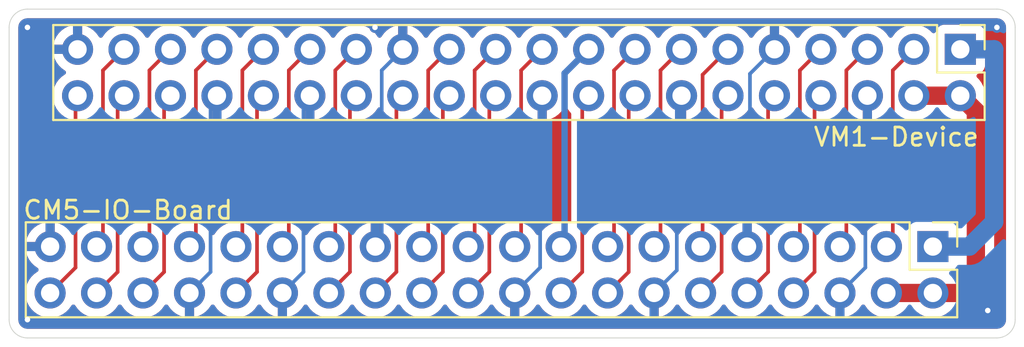
<source format=kicad_pcb>
(kicad_pcb (version 20241229) (generator "pcbnew") (generator_version "9.0")
  (title_block (comment 4 "AISLER Project ID: TTPZJXYM"))
  (layers (0 "F.Cu" signal) (2 "B.Cu" signal) (13 "F.Paste" user) (15 "B.Paste" user) (5 "F.SilkS" user "F.Silkscreen") (7 "B.SilkS" user "B.Silkscreen") (1 "F.Mask" user) (3 "B.Mask" user) (25 "Edge.Cuts" user))
  (net 0 "")
  (net 1 "/29")
  (net 2 "/23")
  (net 3 "/31")
  (net 4 "/40")
  (net 5 "/11")
  (net 6 "/12")
  (net 7 "/36")
  (net 8 "/19")
  (net 9 "/10")
  (net 10 "/35")
  (net 11 "/3")
  (net 12 "/26")
  (net 13 "/7")
  (net 14 "/5")
  (net 15 "/27")
  (net 16 "/15")
  (net 17 "/16")
  (net 18 "/18")
  (net 19 "/37")
  (net 20 "/21")
  (net 21 "/28")
  (net 22 "/24")
  (net 23 "/22")
  (net 24 "/13")
  (net 25 "/32")
  (net 26 "/38")
  (net 27 "/8")
  (net 28 "/33")
  (net 29 "/3V3")
  (net 30 "/GND")
  (net 31 "/5V")
  (footprint "Connector_PinHeader_2.54mm:PinHeader_2x20_P2.54mm_Vertical" (layer "F.Cu") (at 151.5 89.2 -90)
    (property "Reference" "J1" (hide yes))
    (property "Value" "VM1-Device" (at 4.8 3.5 180) (layer "F.SilkS"))
    (fp_line (start -1.33 49.59) (end 3.87 49.59) (stroke (width 0.12)) (layer "F.SilkS"))
    (fp_line (start -1.33 1.27) (end -1.33 49.59) (stroke (width 0.12)) (layer "F.SilkS"))
    (fp_line (start -1.33 1.27) (end 1.27 1.27) (stroke (width 0.12)) (layer "F.SilkS"))
    (fp_line (start 1.27 1.27) (end 1.27 -1.33) (stroke (width 0.12)) (layer "F.SilkS"))
    (fp_line (start -1.33 0) (end -1.33 -1.33) (stroke (width 0.12)) (layer "F.SilkS"))
    (fp_line (start -1.33 -1.33) (end 0 -1.33) (stroke (width 0.12)) (layer "F.SilkS"))
    (fp_line (start 1.27 -1.33) (end 3.87 -1.33) (stroke (width 0.12)) (layer "F.SilkS"))
    (fp_line (start 3.87 -1.33) (end 3.87 49.59) (stroke (width 0.12)) (layer "F.SilkS"))
    (pad "1" thru_hole rect (at 0 0 270) (size 1.7 1.7) (drill 1) (layers "*.Cu" "*.Mask") (net 29 "/3V3"))
    (pad "2" thru_hole oval (at 2.54 0 270) (size 1.7 1.7) (drill 1) (layers "*.Cu" "*.Mask") (net 31 "/5V"))
    (pad "3" thru_hole oval (at 0 2.54 270) (size 1.7 1.7) (drill 1) (layers "*.Cu" "*.Mask") (net 11 "/3"))
    (pad "4" thru_hole oval (at 2.54 2.54 270) (size 1.7 1.7) (drill 1) (layers "*.Cu" "*.Mask") (net 31 "/5V"))
    (pad "5" thru_hole oval (at 0 5.08 270) (size 1.7 1.7) (drill 1) (layers "*.Cu" "*.Mask") (net 14 "/5"))
    (pad "6" thru_hole oval (at 2.54 5.08 270) (size 1.7 1.7) (drill 1) (layers "*.Cu" "*.Mask") (net 30 "/GND"))
    (pad "7" thru_hole oval (at 0 7.62 270) (size 1.7 1.7) (drill 1) (layers "*.Cu" "*.Mask") (net 13 "/7"))
    (pad "8" thru_hole oval (at 2.54 7.62 270) (size 1.7 1.7) (drill 1) (layers "*.Cu" "*.Mask") (net 27 "/8"))
    (pad "9" thru_hole oval (at 0 10.16 270) (size 1.7 1.7) (drill 1) (layers "*.Cu" "*.Mask") (net 30 "/GND"))
    (pad "10" thru_hole oval (at 2.54 10.16 270) (size 1.7 1.7) (drill 1) (layers "*.Cu" "*.Mask") (net 9 "/10"))
    (pad "11" thru_hole oval (at 0 12.7 270) (size 1.7 1.7) (drill 1) (layers "*.Cu" "*.Mask") (net 5 "/11"))
    (pad "12" thru_hole oval (at 2.54 12.7 270) (size 1.7 1.7) (drill 1) (layers "*.Cu" "*.Mask") (net 6 "/12"))
    (pad "13" thru_hole oval (at 0 15.24 270) (size 1.7 1.7) (drill 1) (layers "*.Cu" "*.Mask") (net 24 "/13"))
    (pad "14" thru_hole oval (at 2.54 15.24 270) (size 1.7 1.7) (drill 1) (layers "*.Cu" "*.Mask") (net 30 "/GND"))
    (pad "15" thru_hole oval (at 0 17.78 270) (size 1.7 1.7) (drill 1) (layers "*.Cu" "*.Mask") (net 16 "/15"))
    (pad "16" thru_hole oval (at 2.54 17.78 270) (size 1.7 1.7) (drill 1) (layers "*.Cu" "*.Mask") (net 17 "/16"))
    (pad "17" thru_hole oval (at 0 20.32 270) (size 1.7 1.7) (drill 1) (layers "*.Cu" "*.Mask") (net 29 "/3V3"))
    (pad "18" thru_hole oval (at 2.54 20.32 270) (size 1.7 1.7) (drill 1) (layers "*.Cu" "*.Mask") (net 18 "/18"))
    (pad "19" thru_hole oval (at 0 22.86 270) (size 1.7 1.7) (drill 1) (layers "*.Cu" "*.Mask") (net 8 "/19"))
    (pad "20" thru_hole oval (at 2.54 22.86 270) (size 1.7 1.7) (drill 1) (layers "*.Cu" "*.Mask") (net 30 "/GND"))
    (pad "21" thru_hole oval (at 0 25.4 270) (size 1.7 1.7) (drill 1) (layers "*.Cu" "*.Mask") (net 20 "/21"))
    (pad "22" thru_hole oval (at 2.54 25.4 270) (size 1.7 1.7) (drill 1) (layers "*.Cu" "*.Mask") (net 23 "/22"))
    (pad "23" thru_hole oval (at 0 27.94 270) (size 1.7 1.7) (drill 1) (layers "*.Cu" "*.Mask") (net 2 "/23"))
    (pad "24" thru_hole oval (at 2.54 27.94 270) (size 1.7 1.7) (drill 1) (layers "*.Cu" "*.Mask") (net 22 "/24"))
    (pad "25" thru_hole oval (at 0 30.48 270) (size 1.7 1.7) (drill 1) (layers "*.Cu" "*.Mask") (net 30 "/GND"))
    (pad "26" thru_hole oval (at 2.54 30.48 270) (size 1.7 1.7) (drill 1) (layers "*.Cu" "*.Mask") (net 12 "/26"))
    (pad "27" thru_hole oval (at 0 33.02 270) (size 1.7 1.7) (drill 1) (layers "*.Cu" "*.Mask") (net 15 "/27"))
    (pad "28" thru_hole oval (at 2.54 33.02 270) (size 1.7 1.7) (drill 1) (layers "*.Cu" "*.Mask") (net 21 "/28"))
    (pad "29" thru_hole oval (at 0 35.56 270) (size 1.7 1.7) (drill 1) (layers "*.Cu" "*.Mask") (net 1 "/29"))
    (pad "30" thru_hole oval (at 2.54 35.56 270) (size 1.7 1.7) (drill 1) (layers "*.Cu" "*.Mask") (net 30 "/GND"))
    (pad "31" thru_hole oval (at 0 38.1 270) (size 1.7 1.7) (drill 1) (layers "*.Cu" "*.Mask") (net 3 "/31"))
    (pad "32" thru_hole oval (at 2.54 38.1 270) (size 1.7 1.7) (drill 1) (layers "*.Cu" "*.Mask") (net 25 "/32"))
    (pad "33" thru_hole oval (at 0 40.64 270) (size 1.7 1.7) (drill 1) (layers "*.Cu" "*.Mask") (net 28 "/33"))
    (pad "34" thru_hole oval (at 2.54 40.64 270) (size 1.7 1.7) (drill 1) (layers "*.Cu" "*.Mask") (net 30 "/GND"))
    (pad "35" thru_hole oval (at 0 43.18 270) (size 1.7 1.7) (drill 1) (layers "*.Cu" "*.Mask") (net 10 "/35"))
    (pad "36" thru_hole oval (at 2.54 43.18 270) (size 1.7 1.7) (drill 1) (layers "*.Cu" "*.Mask") (net 7 "/36"))
    (pad "37" thru_hole oval (at 0 45.72 270) (size 1.7 1.7) (drill 1) (layers "*.Cu" "*.Mask") (net 19 "/37"))
    (pad "38" thru_hole oval (at 2.54 45.72 270) (size 1.7 1.7) (drill 1) (layers "*.Cu" "*.Mask") (net 26 "/38"))
    (pad "39" thru_hole oval (at 0 48.26 270) (size 1.7 1.7) (drill 1) (layers "*.Cu" "*.Mask") (net 30 "/GND"))
    (pad "40" thru_hole oval (at 2.54 48.26 270) (size 1.7 1.7) (drill 1) (layers "*.Cu" "*.Mask") (net 4 "/40"))
  )
  (footprint "Connector_PinHeader_2.54mm:PinHeader_2x20_P2.54mm_Vertical" (layer "F.Cu") (at 150 100 -90)
    (property "Reference" "JJ2" (hide yes))
    (property "Value" "CM5-IO-Board" (at -2 44 180) (layer "F.SilkS"))
    (fp_line (start -1.33 49.59) (end 3.87 49.59) (stroke (width 0.12)) (layer "F.SilkS"))
    (fp_line (start -1.33 1.27) (end -1.33 49.59) (stroke (width 0.12)) (layer "F.SilkS"))
    (fp_line (start -1.33 1.27) (end 1.27 1.27) (stroke (width 0.12)) (layer "F.SilkS"))
    (fp_line (start 1.27 1.27) (end 1.27 -1.33) (stroke (width 0.12)) (layer "F.SilkS"))
    (fp_line (start -1.33 0) (end -1.33 -1.33) (stroke (width 0.12)) (layer "F.SilkS"))
    (fp_line (start -1.33 -1.33) (end 0 -1.33) (stroke (width 0.12)) (layer "F.SilkS"))
    (fp_line (start 1.27 -1.33) (end 3.87 -1.33) (stroke (width 0.12)) (layer "F.SilkS"))
    (fp_line (start 3.87 -1.33) (end 3.87 49.59) (stroke (width 0.12)) (layer "F.SilkS"))
    (pad "1" thru_hole rect (at 0 0 270) (size 1.7 1.7) (drill 1) (layers "*.Cu" "*.Mask") (net 29 "/3V3"))
    (pad "2" thru_hole oval (at 2.54 0 270) (size 1.7 1.7) (drill 1) (layers "*.Cu" "*.Mask") (net 31 "/5V"))
    (pad "3" thru_hole oval (at 0 2.54 270) (size 1.7 1.7) (drill 1) (layers "*.Cu" "*.Mask") (net 11 "/3"))
    (pad "4" thru_hole oval (at 2.54 2.54 270) (size 1.7 1.7) (drill 1) (layers "*.Cu" "*.Mask") (net 31 "/5V"))
    (pad "5" thru_hole oval (at 0 5.08 270) (size 1.7 1.7) (drill 1) (layers "*.Cu" "*.Mask") (net 14 "/5"))
    (pad "6" thru_hole oval (at 2.54 5.08 270) (size 1.7 1.7) (drill 1) (layers "*.Cu" "*.Mask") (net 30 "/GND"))
    (pad "7" thru_hole oval (at 0 7.62 270) (size 1.7 1.7) (drill 1) (layers "*.Cu" "*.Mask") (net 13 "/7"))
    (pad "8" thru_hole oval (at 2.54 7.62 270) (size 1.7 1.7) (drill 1) (layers "*.Cu" "*.Mask") (net 27 "/8"))
    (pad "9" thru_hole oval (at 0 10.16 270) (size 1.7 1.7) (drill 1) (layers "*.Cu" "*.Mask") (net 30 "/GND"))
    (pad "10" thru_hole oval (at 2.54 10.16 270) (size 1.7 1.7) (drill 1) (layers "*.Cu" "*.Mask") (net 9 "/10"))
    (pad "11" thru_hole oval (at 0 12.7 270) (size 1.7 1.7) (drill 1) (layers "*.Cu" "*.Mask") (net 5 "/11"))
    (pad "12" thru_hole oval (at 2.54 12.7 270) (size 1.7 1.7) (drill 1) (layers "*.Cu" "*.Mask") (net 6 "/12"))
    (pad "13" thru_hole oval (at 0 15.24 270) (size 1.7 1.7) (drill 1) (layers "*.Cu" "*.Mask") (net 24 "/13"))
    (pad "14" thru_hole oval (at 2.54 15.24 270) (size 1.7 1.7) (drill 1) (layers "*.Cu" "*.Mask") (net 30 "/GND"))
    (pad "15" thru_hole oval (at 0 17.78 270) (size 1.7 1.7) (drill 1) (layers "*.Cu" "*.Mask") (net 16 "/15"))
    (pad "16" thru_hole oval (at 2.54 17.78 270) (size 1.7 1.7) (drill 1) (layers "*.Cu" "*.Mask") (net 17 "/16"))
    (pad "17" thru_hole oval (at 0 20.32 270) (size 1.7 1.7) (drill 1) (layers "*.Cu" "*.Mask") (net 29 "/3V3"))
    (pad "18" thru_hole oval (at 2.54 20.32 270) (size 1.7 1.7) (drill 1) (layers "*.Cu" "*.Mask") (net 18 "/18"))
    (pad "19" thru_hole oval (at 0 22.86 270) (size 1.7 1.7) (drill 1) (layers "*.Cu" "*.Mask") (net 8 "/19"))
    (pad "20" thru_hole oval (at 2.54 22.86 270) (size 1.7 1.7) (drill 1) (layers "*.Cu" "*.Mask") (net 30 "/GND"))
    (pad "21" thru_hole oval (at 0 25.4 270) (size 1.7 1.7) (drill 1) (layers "*.Cu" "*.Mask") (net 20 "/21"))
    (pad "22" thru_hole oval (at 2.54 25.4 270) (size 1.7 1.7) (drill 1) (layers "*.Cu" "*.Mask") (net 23 "/22"))
    (pad "23" thru_hole oval (at 0 27.94 270) (size 1.7 1.7) (drill 1) (layers "*.Cu" "*.Mask") (net 2 "/23"))
    (pad "24" thru_hole oval (at 2.54 27.94 270) (size 1.7 1.7) (drill 1) (layers "*.Cu" "*.Mask") (net 22 "/24"))
    (pad "25" thru_hole oval (at 0 30.48 270) (size 1.7 1.7) (drill 1) (layers "*.Cu" "*.Mask") (net 30 "/GND"))
    (pad "26" thru_hole oval (at 2.54 30.48 270) (size 1.7 1.7) (drill 1) (layers "*.Cu" "*.Mask") (net 12 "/26"))
    (pad "27" thru_hole oval (at 0 33.02 270) (size 1.7 1.7) (drill 1) (layers "*.Cu" "*.Mask") (net 15 "/27"))
    (pad "28" thru_hole oval (at 2.54 33.02 270) (size 1.7 1.7) (drill 1) (layers "*.Cu" "*.Mask") (net 21 "/28"))
    (pad "29" thru_hole oval (at 0 35.56 270) (size 1.7 1.7) (drill 1) (layers "*.Cu" "*.Mask") (net 1 "/29"))
    (pad "30" thru_hole oval (at 2.54 35.56 270) (size 1.7 1.7) (drill 1) (layers "*.Cu" "*.Mask") (net 30 "/GND"))
    (pad "31" thru_hole oval (at 0 38.1 270) (size 1.7 1.7) (drill 1) (layers "*.Cu" "*.Mask") (net 3 "/31"))
    (pad "32" thru_hole oval (at 2.54 38.1 270) (size 1.7 1.7) (drill 1) (layers "*.Cu" "*.Mask") (net 25 "/32"))
    (pad "33" thru_hole oval (at 0 40.64 270) (size 1.7 1.7) (drill 1) (layers "*.Cu" "*.Mask") (net 28 "/33"))
    (pad "34" thru_hole oval (at 2.54 40.64 270) (size 1.7 1.7) (drill 1) (layers "*.Cu" "*.Mask") (net 30 "/GND"))
    (pad "35" thru_hole oval (at 0 43.18 270) (size 1.7 1.7) (drill 1) (layers "*.Cu" "*.Mask") (net 10 "/35"))
    (pad "36" thru_hole oval (at 2.54 43.18 270) (size 1.7 1.7) (drill 1) (layers "*.Cu" "*.Mask") (net 7 "/36"))
    (pad "37" thru_hole oval (at 0 45.72 270) (size 1.7 1.7) (drill 1) (layers "*.Cu" "*.Mask") (net 19 "/37"))
    (pad "38" thru_hole oval (at 2.54 45.72 270) (size 1.7 1.7) (drill 1) (layers "*.Cu" "*.Mask") (net 26 "/38"))
    (pad "39" thru_hole oval (at 0 48.26 270) (size 1.7 1.7) (drill 1) (layers "*.Cu" "*.Mask") (net 30 "/GND"))
    (pad "40" thru_hole oval (at 2.54 48.26 270) (size 1.7 1.7) (drill 1) (layers "*.Cu" "*.Mask") (net 4 "/40"))
  )
  (gr_arc (start 99.5 88) (mid 99.792893 87.292893) (end 100.5 87) (stroke (width 0.05)) (layer "Edge.Cuts"))
  (gr_line (start 154.5 88) (end 154.5 104) (stroke (width 0.05)) (layer "Edge.Cuts"))
  (gr_arc (start 100.5 105) (mid 99.792893 104.707107) (end 99.5 104) (stroke (width 0.05)) (layer "Edge.Cuts"))
  (gr_line (start 153.5 105) (end 100.5 105) (stroke (width 0.05)) (layer "Edge.Cuts"))
  (gr_arc (start 153.5 87) (mid 154.207107 87.292893) (end 154.5 88) (stroke (width 0.05)) (layer "Edge.Cuts"))
  (gr_arc (start 154.5 104) (mid 154.207107 104.707107) (end 153.5 105) (stroke (width 0.05)) (layer "Edge.Cuts"))
  (gr_line (start 100.5 87) (end 153.5 87) (stroke (width 0.05)) (layer "Edge.Cuts"))
  (gr_line (start 99.5 104) (end 99.5 88) (stroke (width 0.05)) (layer "Edge.Cuts"))
  (segment (start 114.789 90.351) (end 114.789 99.651) (width 0.2) (layer "F.Cu") (net 1))
  (segment (start 114.789 99.651) (end 114.44 100) (width 0.2) (layer "F.Cu") (net 1))
  (segment (start 115.94 89.2) (end 114.789 90.351) (width 0.2) (layer "F.Cu") (net 1))
  (segment (start 123.56 89.2) (end 122.409 90.351) (width 0.2) (layer "F.Cu") (net 2))
  (segment (start 122.409 99.651) (end 122.06 100) (width 0.2) (layer "F.Cu") (net 2))
  (segment (start 122.409 90.351) (end 122.409 99.651) (width 0.2) (layer "F.Cu") (net 2))
  (segment (start 112.249 90.351) (end 112.249 99.651) (width 0.2) (layer "F.Cu") (net 3))
  (segment (start 113.4 89.2) (end 112.249 90.351) (width 0.2) (layer "F.Cu") (net 3))
  (segment (start 112.249 99.651) (end 111.9 100) (width 0.2) (layer "F.Cu") (net 3))
  (segment (start 101.74 102.54) (end 103.129 101.151) (width 0.2) (layer "F.Cu") (net 4))
  (segment (start 103.129 91.851) (end 103.24 91.74) (width 0.2) (layer "F.Cu") (net 4))
  (segment (start 103.129 101.151) (end 103.129 91.851) (width 0.2) (layer "F.Cu") (net 4))
  (segment (start 138.8 89.2) (end 137.411 90.589) (width 0.2) (layer "F.Cu") (net 5))
  (segment (start 137.411 99.889) (end 137.3 100) (width 0.2) (layer "F.Cu") (net 5))
  (segment (start 137.411 90.589) (end 137.411 99.889) (width 0.2) (layer "F.Cu") (net 5))
  (segment (start 137.3 102.54) (end 138.451 101.389) (width 0.2) (layer "F.Cu") (net 6))
  (segment (start 138.451 92.089) (end 138.8 91.74) (width 0.2) (layer "F.Cu") (net 6))
  (segment (start 138.451 101.389) (end 138.451 92.089) (width 0.2) (layer "F.Cu") (net 6))
  (segment (start 106.82 102.54) (end 107.971 101.389) (width 0.2) (layer "F.Cu") (net 7))
  (segment (start 107.971 92.089) (end 108.32 91.74) (width 0.2) (layer "F.Cu") (net 7))
  (segment (start 107.971 101.389) (end 107.971 92.089) (width 0.2) (layer "F.Cu") (net 7))
  (segment (start 127.489 99.651) (end 127.14 100) (width 0.2) (layer "F.Cu") (net 8))
  (segment (start 127.489 90.351) (end 127.489 99.651) (width 0.2) (layer "F.Cu") (net 8))
  (segment (start 128.64 89.2) (end 127.489 90.351) (width 0.2) (layer "F.Cu") (net 8))
  (segment (start 139.84 102.54) (end 140.991 101.389) (width 0.2) (layer "F.Cu") (net 9))
  (segment (start 140.991 101.389) (end 140.991 92.089) (width 0.2) (layer "F.Cu") (net 9))
  (segment (start 140.991 92.089) (end 141.34 91.74) (width 0.2) (layer "F.Cu") (net 9))
  (segment (start 107.169 99.651) (end 106.82 100) (width 0.2) (layer "F.Cu") (net 10))
  (segment (start 108.32 89.2) (end 107.169 90.351) (width 0.2) (layer "F.Cu") (net 10))
  (segment (start 107.169 90.351) (end 107.169 99.651) (width 0.2) (layer "F.Cu") (net 10))
  (segment (start 148.96 89.2) (end 147.809 90.351) (width 0.2) (layer "F.Cu") (net 11))
  (segment (start 147.809 90.351) (end 147.809 99.651) (width 0.2) (layer "F.Cu") (net 11))
  (segment (start 147.809 99.651) (end 147.46 100) (width 0.2) (layer "F.Cu") (net 11))
  (segment (start 119.52 102.54) (end 120.671 101.389) (width 0.2) (layer "F.Cu") (net 12))
  (segment (start 120.671 101.389) (end 120.671 92.089) (width 0.2) (layer "F.Cu") (net 12))
  (segment (start 120.671 92.089) (end 121.02 91.74) (width 0.2) (layer "F.Cu") (net 12))
  (segment (start 142.729 99.651) (end 142.38 100) (width 0.2) (layer "F.Cu") (net 13))
  (segment (start 143.88 89.2) (end 142.729 90.351) (width 0.2) (layer "F.Cu") (net 13))
  (segment (start 142.729 90.351) (end 142.729 99.651) (width 0.2) (layer "F.Cu") (net 13))
  (segment (start 145.269 99.651) (end 144.92 100) (width 0.2) (layer "F.Cu") (net 14))
  (segment (start 146.42 89.2) (end 145.269 90.351) (width 0.2) (layer "F.Cu") (net 14))
  (segment (start 145.269 90.351) (end 145.269 99.651) (width 0.2) (layer "F.Cu") (net 14))
  (segment (start 117.329 99.651) (end 116.98 100) (width 0.2) (layer "F.Cu") (net 15))
  (segment (start 118.48 89.2) (end 117.329 90.351) (width 0.2) (layer "F.Cu") (net 15))
  (segment (start 117.329 90.351) (end 117.329 99.651) (width 0.2) (layer "F.Cu") (net 15))
  (segment (start 132.569 99.651) (end 132.22 100) (width 0.2) (layer "F.Cu") (net 16))
  (segment (start 133.72 89.2) (end 132.569 90.351) (width 0.2) (layer "F.Cu") (net 16))
  (segment (start 132.569 90.351) (end 132.569 99.651) (width 0.2) (layer "F.Cu") (net 16))
  (segment (start 133.371 92.089) (end 133.72 91.74) (width 0.2) (layer "F.Cu") (net 17))
  (segment (start 133.371 101.389) (end 133.371 92.089) (width 0.2) (layer "F.Cu") (net 17))
  (segment (start 132.22 102.54) (end 133.371 101.389) (width 0.2) (layer "F.Cu") (net 17))
  (segment (start 130.831 92.089) (end 131.18 91.74) (width 0.2) (layer "F.Cu") (net 18))
  (segment (start 129.68 102.54) (end 130.831 101.389) (width 0.2) (layer "F.Cu") (net 18))
  (segment (start 130.831 101.389) (end 130.831 92.089) (width 0.2) (layer "F.Cu") (net 18))
  (segment (start 104.629 99.651) (end 104.28 100) (width 0.2) (layer "F.Cu") (net 19))
  (segment (start 105.78 89.2) (end 104.629 90.351) (width 0.2) (layer "F.Cu") (net 19))
  (segment (start 104.629 90.351) (end 104.629 99.651) (width 0.2) (layer "F.Cu") (net 19))
  (segment (start 126.1 89.2) (end 124.949 90.351) (width 0.2) (layer "F.Cu") (net 20))
  (segment (start 124.949 90.351) (end 124.949 99.651) (width 0.2) (layer "F.Cu") (net 20))
  (segment (start 124.949 99.651) (end 124.6 100) (width 0.2) (layer "F.Cu") (net 20))
  (segment (start 116.98 102.54) (end 118.131 101.389) (width 0.2) (layer "F.Cu") (net 21))
  (segment (start 118.131 92.089) (end 118.48 91.74) (width 0.2) (layer "F.Cu") (net 21))
  (segment (start 118.131 101.389) (end 118.131 92.089) (width 0.2) (layer "F.Cu") (net 21))
  (segment (start 122.06 102.54) (end 123.211 101.389) (width 0.2) (layer "F.Cu") (net 22))
  (segment (start 123.211 101.389) (end 123.211 92.089) (width 0.2) (layer "F.Cu") (net 22))
  (segment (start 123.211 92.089) (end 123.56 91.74) (width 0.2) (layer "F.Cu") (net 22))
  (segment (start 125.751 101.389) (end 125.751 92.089) (width 0.2) (layer "F.Cu") (net 23))
  (segment (start 124.6 102.54) (end 125.751 101.389) (width 0.2) (layer "F.Cu") (net 23))
  (segment (start 125.751 92.089) (end 126.1 91.74) (width 0.2) (layer "F.Cu") (net 23))
  (segment (start 135.109 99.651) (end 134.76 100) (width 0.2) (layer "F.Cu") (net 24))
  (segment (start 136.26 89.2) (end 135.109 90.351) (width 0.2) (layer "F.Cu") (net 24))
  (segment (start 135.109 90.351) (end 135.109 99.651) (width 0.2) (layer "F.Cu") (net 24))
  (segment (start 113.051 92.089) (end 113.4 91.74) (width 0.2) (layer "F.Cu") (net 25))
  (segment (start 113.051 101.389) (end 113.051 92.089) (width 0.2) (layer "F.Cu") (net 25))
  (segment (start 111.9 102.54) (end 113.051 101.389) (width 0.2) (layer "F.Cu") (net 25))
  (segment (start 104.28 102.54) (end 105.431 101.389) (width 0.2) (layer "F.Cu") (net 26))
  (segment (start 105.431 92.089) (end 105.78 91.74) (width 0.2) (layer "F.Cu") (net 26))
  (segment (start 105.431 101.389) (end 105.431 92.089) (width 0.2) (layer "F.Cu") (net 26))
  (segment (start 143.531 92.089) (end 143.88 91.74) (width 0.2) (layer "F.Cu") (net 27))
  (segment (start 142.38 102.54) (end 143.531 101.389) (width 0.2) (layer "F.Cu") (net 27))
  (segment (start 143.531 101.389) (end 143.531 92.089) (width 0.2) (layer "F.Cu") (net 27))
  (segment (start 109.709 99.651) (end 109.36 100) (width 0.2) (layer "F.Cu") (net 28))
  (segment (start 109.709 90.351) (end 109.709 99.651) (width 0.2) (layer "F.Cu") (net 28))
  (segment (start 110.86 89.2) (end 109.709 90.351) (width 0.2) (layer "F.Cu") (net 28))
  (segment (start 129.866 99.814) (end 129.866 90.514) (width 0.35) (layer "B.Cu") (net 29))
  (segment (start 129.68 100) (end 129.866 99.814) (width 0.35) (layer "B.Cu") (net 29))
  (segment (start 152 100) (end 150 100) (width 1) (layer "B.Cu") (net 29))
  (segment (start 151.5 89.2) (end 153.35 89.2) (width 1) (layer "B.Cu") (net 29))
  (segment (start 153.35 89.2) (end 153.351 89.201) (width 1) (layer "B.Cu") (net 29))
  (segment (start 153.351 89.201) (end 153.351 98.649) (width 1) (layer "B.Cu") (net 29))
  (segment (start 153.351 98.649) (end 152 100) (width 1) (layer "B.Cu") (net 29))
  (segment (start 129.866 90.514) (end 131.18 89.2) (width 0.35) (layer "B.Cu") (net 29))
  (via (at 100.5 104) (size 0.6) (drill 0.3) (layers "F.Cu" "B.Cu") (net 30))
  (via (at 153 103.5) (size 0.6) (drill 0.3) (layers "F.Cu" "B.Cu") (net 30))
  (via (at 153.5 88) (size 0.6) (drill 0.3) (layers "F.Cu" "B.Cu") (net 30))
  (via (at 100.5 88) (size 0.6) (drill 0.3) (layers "F.Cu" "B.Cu") (net 30))
  (via (at 119.5 88) (size 0.6) (drill 0.3) (layers "F.Cu" "B.Cu") (net 30))
  (segment (start 140 90.54) (end 140 99.84) (width 0.2) (layer "B.Cu") (net 30))
  (segment (start 119.869 90.351) (end 119.869 99.651) (width 0.2) (layer "B.Cu") (net 30))
  (segment (start 115.591 101.389) (end 115.591 92.089) (width 0.2) (layer "B.Cu") (net 30))
  (segment (start 140 99.84) (end 139.84 100) (width 0.2) (layer "B.Cu") (net 30))
  (segment (start 127.14 102.54) (end 128.529 101.151) (width 0.2) (layer "B.Cu") (net 30))
  (segment (start 119.869 99.651) (end 119.52 100) (width 0.2) (layer "B.Cu") (net 30))
  (segment (start 146.42 91.74) (end 146.309 91.851) (width 0.2) (layer "B.Cu") (net 30))
  (segment (start 110.511 92.089) (end 110.86 91.74) (width 0.2) (layer "B.Cu") (net 30))
  (segment (start 109.36 102.54) (end 110.511 101.389) (width 0.2) (layer "B.Cu") (net 30))
  (segment (start 136 101.3) (end 134.76 102.54) (width 0.2) (layer "B.Cu") (net 30))
  (segment (start 146.309 101.151) (end 144.92 102.54) (width 0.2) (layer "B.Cu") (net 30))
  (segment (start 146.309 91.851) (end 146.309 101.151) (width 0.2) (layer "B.Cu") (net 30))
  (segment (start 110.511 101.389) (end 110.511 92.089) (width 0.2) (layer "B.Cu") (net 30))
  (segment (start 136 92) (end 136 101.3) (width 0.2) (layer "B.Cu") (net 30))
  (segment (start 128.529 91.851) (end 128.64 91.74) (width 0.2) (layer "B.Cu") (net 30))
  (segment (start 128.529 101.151) (end 128.529 91.851) (width 0.2) (layer "B.Cu") (net 30))
  (segment (start 136.26 91.74) (end 136 92) (width 0.2) (layer "B.Cu") (net 30))
  (segment (start 114.44 102.54) (end 115.591 101.389) (width 0.2) (layer "B.Cu") (net 30))
  (segment (start 115.591 92.089) (end 115.94 91.74) (width 0.2) (layer "B.Cu") (net 30))
  (segment (start 121.02 89.2) (end 119.869 90.351) (width 0.2) (layer "B.Cu") (net 30))
  (segment (start 141.34 89.2) (end 140 90.54) (width 0.2) (layer "B.Cu") (net 30))
  (segment (start 152.35 101.65) (end 151.46 102.54) (width 1) (layer "F.Cu") (net 31))
  (segment (start 151.46 102.54) (end 150 102.54) (width 1) (layer "F.Cu") (net 31))
  (segment (start 152.35 92.59) (end 152.35 101.65) (width 1) (layer "F.Cu") (net 31))
  (segment (start 148.96 91.74) (end 151.5 91.74) (width 1) (layer "F.Cu") (net 31))
  (segment (start 147.46 102.54) (end 150 102.54) (width 1) (layer "F.Cu") (net 31))
  (segment (start 151.5 91.74) (end 152.35 92.59) (width 1) (layer "F.Cu") (net 31))
  (zone (net 30) (net_name "/GND") (layers "F.Cu" "B.Cu") (connect_pads (clearance 0.5)) (min_thickness 0.25) (fill yes (thermal_gap 0.5) (thermal_bridge_width 0.5))
    (polygon (pts (xy 155 86.5) (xy 99 86.5) (xy 99 105.5) (xy 155 105.5)))
  )
)
</source>
